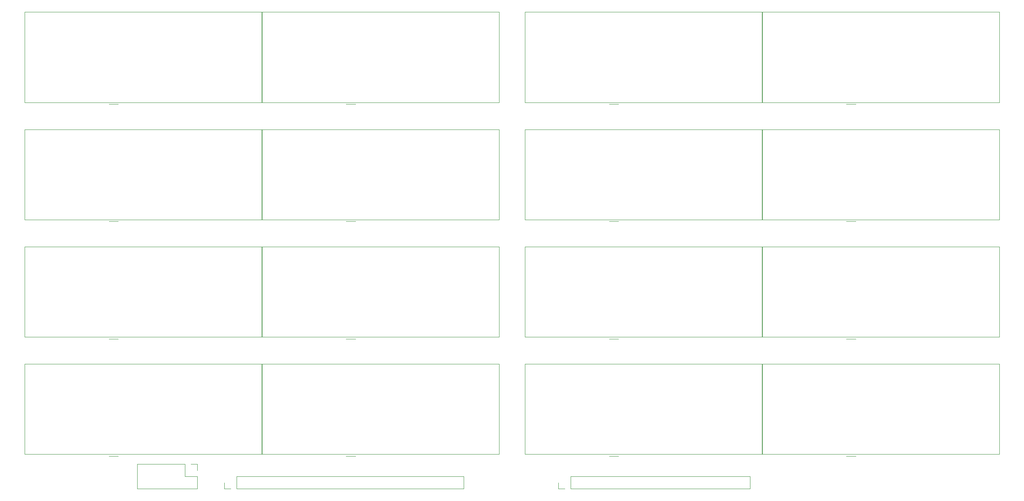
<source format=gto>
G04 #@! TF.GenerationSoftware,KiCad,Pcbnew,8.0.1-8.0.1-1~ubuntu22.04.1*
G04 #@! TF.CreationDate,2024-05-02T00:15:03-04:00*
G04 #@! TF.ProjectId,Claculator_Display,436c6163-756c-4617-946f-725f44697370,rev?*
G04 #@! TF.SameCoordinates,Original*
G04 #@! TF.FileFunction,Legend,Top*
G04 #@! TF.FilePolarity,Positive*
%FSLAX46Y46*%
G04 Gerber Fmt 4.6, Leading zero omitted, Abs format (unit mm)*
G04 Created by KiCad (PCBNEW 8.0.1-8.0.1-1~ubuntu22.04.1) date 2024-05-02 00:15:03*
%MOMM*%
%LPD*%
G01*
G04 APERTURE LIST*
%ADD10C,0.120000*%
%ADD11R,1.700000X1.700000*%
%ADD12O,1.700000X1.700000*%
%ADD13R,1.500000X1.500000*%
%ADD14O,1.500000X1.500000*%
%ADD15C,1.500000*%
%ADD16R,1.905000X2.000000*%
%ADD17O,1.905000X2.000000*%
G04 APERTURE END LIST*
D10*
X138950000Y-144670000D02*
X138950000Y-146000000D01*
X137620000Y-144670000D02*
X138950000Y-144670000D01*
X136350000Y-144670000D02*
X126130000Y-144670000D01*
X136350000Y-144670000D02*
X136350000Y-147270000D01*
X126130000Y-144670000D02*
X126130000Y-149870000D01*
X138950000Y-147270000D02*
X138950000Y-149870000D01*
X136350000Y-147270000D02*
X138950000Y-147270000D01*
X138950000Y-149870000D02*
X126130000Y-149870000D01*
X208710000Y-92570000D02*
X208710000Y-73330000D01*
X208710000Y-92570000D02*
X259250000Y-92570000D01*
X226630000Y-92950000D02*
X228630000Y-92950000D01*
X259250000Y-73330000D02*
X208710000Y-73330000D01*
X259250000Y-92570000D02*
X259250000Y-73330000D01*
X152710000Y-117570000D02*
X152710000Y-98330000D01*
X152710000Y-117570000D02*
X203250000Y-117570000D01*
X170630000Y-117950000D02*
X172630000Y-117950000D01*
X203250000Y-98330000D02*
X152710000Y-98330000D01*
X203250000Y-117570000D02*
X203250000Y-98330000D01*
X208710000Y-117570000D02*
X208710000Y-98330000D01*
X208710000Y-117570000D02*
X259250000Y-117570000D01*
X226630000Y-117950000D02*
X228630000Y-117950000D01*
X259250000Y-98330000D02*
X208710000Y-98330000D01*
X259250000Y-117570000D02*
X259250000Y-98330000D01*
X152750000Y-67570000D02*
X152750000Y-48330000D01*
X152750000Y-48330000D02*
X102210000Y-48330000D01*
X120130000Y-67950000D02*
X122130000Y-67950000D01*
X102210000Y-67570000D02*
X152750000Y-67570000D01*
X102210000Y-67570000D02*
X102210000Y-48330000D01*
X102210000Y-117570000D02*
X102210000Y-98330000D01*
X102210000Y-117570000D02*
X152750000Y-117570000D01*
X120130000Y-117950000D02*
X122130000Y-117950000D01*
X152750000Y-98330000D02*
X102210000Y-98330000D01*
X152750000Y-117570000D02*
X152750000Y-98330000D01*
X208710000Y-67570000D02*
X208710000Y-48330000D01*
X208710000Y-67570000D02*
X259250000Y-67570000D01*
X226630000Y-67950000D02*
X228630000Y-67950000D01*
X259250000Y-48330000D02*
X208710000Y-48330000D01*
X259250000Y-67570000D02*
X259250000Y-48330000D01*
X195640000Y-149920000D02*
X195640000Y-147260000D01*
X147320000Y-149920000D02*
X195640000Y-149920000D01*
X147320000Y-149920000D02*
X147320000Y-147260000D01*
X147320000Y-147260000D02*
X195640000Y-147260000D01*
X146050000Y-149920000D02*
X144720000Y-149920000D01*
X144720000Y-149920000D02*
X144720000Y-148590000D01*
X259210000Y-67570000D02*
X259210000Y-48330000D01*
X259210000Y-67570000D02*
X309750000Y-67570000D01*
X277130000Y-67950000D02*
X279130000Y-67950000D01*
X309750000Y-48330000D02*
X259210000Y-48330000D01*
X309750000Y-67570000D02*
X309750000Y-48330000D01*
X152710000Y-92570000D02*
X152710000Y-73330000D01*
X152710000Y-92570000D02*
X203250000Y-92570000D01*
X170630000Y-92950000D02*
X172630000Y-92950000D01*
X203250000Y-73330000D02*
X152710000Y-73330000D01*
X203250000Y-92570000D02*
X203250000Y-73330000D01*
X102210000Y-142570000D02*
X102210000Y-123330000D01*
X102210000Y-142570000D02*
X152750000Y-142570000D01*
X120130000Y-142950000D02*
X122130000Y-142950000D01*
X152750000Y-123330000D02*
X102210000Y-123330000D01*
X152750000Y-142570000D02*
X152750000Y-123330000D01*
X152710000Y-67570000D02*
X152710000Y-48330000D01*
X152710000Y-67570000D02*
X203250000Y-67570000D01*
X170630000Y-67950000D02*
X172630000Y-67950000D01*
X203250000Y-48330000D02*
X152710000Y-48330000D01*
X203250000Y-67570000D02*
X203250000Y-48330000D01*
X102210000Y-92570000D02*
X102210000Y-73330000D01*
X102210000Y-92570000D02*
X152750000Y-92570000D01*
X120130000Y-92950000D02*
X122130000Y-92950000D01*
X152750000Y-73330000D02*
X102210000Y-73330000D01*
X152750000Y-92570000D02*
X152750000Y-73330000D01*
X256600000Y-149920000D02*
X256600000Y-147260000D01*
X218440000Y-149920000D02*
X256600000Y-149920000D01*
X218440000Y-149920000D02*
X218440000Y-147260000D01*
X218440000Y-147260000D02*
X256600000Y-147260000D01*
X217170000Y-149920000D02*
X215840000Y-149920000D01*
X215840000Y-149920000D02*
X215840000Y-148590000D01*
X259210000Y-117570000D02*
X259210000Y-98330000D01*
X259210000Y-117570000D02*
X309750000Y-117570000D01*
X277130000Y-117950000D02*
X279130000Y-117950000D01*
X309750000Y-98330000D02*
X259210000Y-98330000D01*
X309750000Y-117570000D02*
X309750000Y-98330000D01*
X259210000Y-92570000D02*
X259210000Y-73330000D01*
X259210000Y-92570000D02*
X309750000Y-92570000D01*
X277130000Y-92950000D02*
X279130000Y-92950000D01*
X309750000Y-73330000D02*
X259210000Y-73330000D01*
X309750000Y-92570000D02*
X309750000Y-73330000D01*
X152710000Y-142570000D02*
X152710000Y-123330000D01*
X152710000Y-142570000D02*
X203250000Y-142570000D01*
X170630000Y-142950000D02*
X172630000Y-142950000D01*
X203250000Y-123330000D02*
X152710000Y-123330000D01*
X203250000Y-142570000D02*
X203250000Y-123330000D01*
X208710000Y-142570000D02*
X208710000Y-123330000D01*
X208710000Y-142570000D02*
X259250000Y-142570000D01*
X226630000Y-142950000D02*
X228630000Y-142950000D01*
X259250000Y-123330000D02*
X208710000Y-123330000D01*
X259250000Y-142570000D02*
X259250000Y-123330000D01*
X259210000Y-142570000D02*
X259210000Y-123330000D01*
X259210000Y-142570000D02*
X309750000Y-142570000D01*
X277130000Y-142950000D02*
X279130000Y-142950000D01*
X309750000Y-123330000D02*
X259210000Y-123330000D01*
X309750000Y-142570000D02*
X309750000Y-123330000D01*
%LPC*%
D11*
X273775000Y-96000000D03*
D12*
X271235000Y-96000000D03*
X269235000Y-144950000D03*
D11*
X271775000Y-144950000D03*
D12*
X212640330Y-119182911D03*
X212640330Y-121722911D03*
X215180330Y-119182911D03*
X215180330Y-121722911D03*
X217720330Y-119182911D03*
D11*
X217720330Y-121722911D03*
D13*
X131290000Y-119180000D03*
D14*
X131290000Y-121720000D03*
X133830000Y-119180000D03*
X133830000Y-121720000D03*
X136370000Y-119180000D03*
X136370000Y-121720000D03*
X138910000Y-119180000D03*
X138910000Y-121720000D03*
X141450000Y-119180000D03*
X141450000Y-121720000D03*
D11*
X137620000Y-146000000D03*
D12*
X137620000Y-148540000D03*
X135080000Y-146000000D03*
X135080000Y-148540000D03*
X132540000Y-146000000D03*
X132540000Y-148540000D03*
X130000000Y-146000000D03*
X130000000Y-148540000D03*
X127460000Y-146000000D03*
X127460000Y-148540000D03*
D11*
X165436501Y-71714337D03*
D12*
X162896501Y-71714337D03*
X160356501Y-71714337D03*
X157816501Y-71714337D03*
X155276501Y-71714337D03*
X152736501Y-71714337D03*
X150196501Y-71714337D03*
X147656501Y-71714337D03*
X145116501Y-71714337D03*
X142576501Y-71714337D03*
D11*
X204710000Y-90075000D03*
D12*
X207250000Y-90075000D03*
X204710000Y-87535000D03*
X207250000Y-87535000D03*
X204710000Y-84995000D03*
X207250000Y-84995000D03*
X204710000Y-82455000D03*
X207250000Y-82455000D03*
X204710000Y-79915000D03*
X207250000Y-79915000D03*
D13*
X227630000Y-90570000D03*
D15*
X230170000Y-90570000D03*
X232710000Y-90570000D03*
X235250000Y-90570000D03*
X237790000Y-90570000D03*
X240330000Y-90570000D03*
X240330000Y-75330000D03*
X237790000Y-75330000D03*
X235250000Y-75330000D03*
X232710000Y-75330000D03*
X230170000Y-75330000D03*
X227630000Y-75330000D03*
D13*
X171630000Y-115570000D03*
D15*
X174170000Y-115570000D03*
X176710000Y-115570000D03*
X179250000Y-115570000D03*
X181790000Y-115570000D03*
X184330000Y-115570000D03*
X184330000Y-100330000D03*
X181790000Y-100330000D03*
X179250000Y-100330000D03*
X176710000Y-100330000D03*
X174170000Y-100330000D03*
X171630000Y-100330000D03*
D13*
X227630000Y-115570000D03*
D15*
X230170000Y-115570000D03*
X232710000Y-115570000D03*
X235250000Y-115570000D03*
X237790000Y-115570000D03*
X240330000Y-115570000D03*
X240330000Y-100330000D03*
X237790000Y-100330000D03*
X235250000Y-100330000D03*
X232710000Y-100330000D03*
X230170000Y-100330000D03*
X227630000Y-100330000D03*
X121130000Y-50330000D03*
X123670000Y-50330000D03*
X126210000Y-50330000D03*
X128750000Y-50330000D03*
X131290000Y-50330000D03*
X133830000Y-50330000D03*
X133830000Y-65570000D03*
X131290000Y-65570000D03*
X128750000Y-65570000D03*
X126210000Y-65570000D03*
X123670000Y-65570000D03*
D13*
X121130000Y-65570000D03*
X121130000Y-115570000D03*
D15*
X123670000Y-115570000D03*
X126210000Y-115570000D03*
X128750000Y-115570000D03*
X131290000Y-115570000D03*
X133830000Y-115570000D03*
X133830000Y-100330000D03*
X131290000Y-100330000D03*
X128750000Y-100330000D03*
X126210000Y-100330000D03*
X123670000Y-100330000D03*
X121130000Y-100330000D03*
D13*
X227630000Y-65570000D03*
D15*
X230170000Y-65570000D03*
X232710000Y-65570000D03*
X235250000Y-65570000D03*
X237790000Y-65570000D03*
X240330000Y-65570000D03*
X240330000Y-50330000D03*
X237790000Y-50330000D03*
X235250000Y-50330000D03*
X232710000Y-50330000D03*
X230170000Y-50330000D03*
X227630000Y-50330000D03*
D12*
X194310000Y-148590000D03*
X191770000Y-148590000D03*
X189230000Y-148590000D03*
X186690000Y-148590000D03*
X184150000Y-148590000D03*
X181610000Y-148590000D03*
X179070000Y-148590000D03*
X176530000Y-148590000D03*
X173990000Y-148590000D03*
X171450000Y-148590000D03*
X168910000Y-148590000D03*
X166370000Y-148590000D03*
X163830000Y-148590000D03*
X161290000Y-148590000D03*
X158750000Y-148590000D03*
X156210000Y-148590000D03*
X153670000Y-148590000D03*
X151130000Y-148590000D03*
X148590000Y-148590000D03*
D11*
X146050000Y-148590000D03*
D13*
X278130000Y-65570000D03*
D15*
X280670000Y-65570000D03*
X283210000Y-65570000D03*
X285750000Y-65570000D03*
X288290000Y-65570000D03*
X290830000Y-65570000D03*
X290830000Y-50330000D03*
X288290000Y-50330000D03*
X285750000Y-50330000D03*
X283210000Y-50330000D03*
X280670000Y-50330000D03*
X278130000Y-50330000D03*
D13*
X171630000Y-90570000D03*
D15*
X174170000Y-90570000D03*
X176710000Y-90570000D03*
X179250000Y-90570000D03*
X181790000Y-90570000D03*
X184330000Y-90570000D03*
X184330000Y-75330000D03*
X181790000Y-75330000D03*
X179250000Y-75330000D03*
X176710000Y-75330000D03*
X174170000Y-75330000D03*
X171630000Y-75330000D03*
D13*
X121130000Y-140570000D03*
D15*
X123670000Y-140570000D03*
X126210000Y-140570000D03*
X128750000Y-140570000D03*
X131290000Y-140570000D03*
X133830000Y-140570000D03*
X133830000Y-125330000D03*
X131290000Y-125330000D03*
X128750000Y-125330000D03*
X126210000Y-125330000D03*
X123670000Y-125330000D03*
X121130000Y-125330000D03*
D13*
X171630000Y-65570000D03*
D15*
X174170000Y-65570000D03*
X176710000Y-65570000D03*
X179250000Y-65570000D03*
X181790000Y-65570000D03*
X184330000Y-65570000D03*
X184330000Y-50330000D03*
X181790000Y-50330000D03*
X179250000Y-50330000D03*
X176710000Y-50330000D03*
X174170000Y-50330000D03*
X171630000Y-50330000D03*
D13*
X121130000Y-90570000D03*
D15*
X123670000Y-90570000D03*
X126210000Y-90570000D03*
X128750000Y-90570000D03*
X131290000Y-90570000D03*
X133830000Y-90570000D03*
X133830000Y-75330000D03*
X131290000Y-75330000D03*
X128750000Y-75330000D03*
X126210000Y-75330000D03*
X123670000Y-75330000D03*
X121130000Y-75330000D03*
D12*
X255270000Y-148590000D03*
X252730000Y-148590000D03*
X250190000Y-148590000D03*
X247650000Y-148590000D03*
X245110000Y-148590000D03*
X242570000Y-148590000D03*
X240030000Y-148590000D03*
X237490000Y-148590000D03*
X234950000Y-148590000D03*
X232410000Y-148590000D03*
X229870000Y-148590000D03*
X227330000Y-148590000D03*
X224790000Y-148590000D03*
X222250000Y-148590000D03*
X219710000Y-148590000D03*
D11*
X217170000Y-148590000D03*
D13*
X278130000Y-115570000D03*
D15*
X280670000Y-115570000D03*
X283210000Y-115570000D03*
X285750000Y-115570000D03*
X288290000Y-115570000D03*
X290830000Y-115570000D03*
X290830000Y-100330000D03*
X288290000Y-100330000D03*
X285750000Y-100330000D03*
X283210000Y-100330000D03*
X280670000Y-100330000D03*
X278130000Y-100330000D03*
D13*
X278130000Y-90570000D03*
D15*
X280670000Y-90570000D03*
X283210000Y-90570000D03*
X285750000Y-90570000D03*
X288290000Y-90570000D03*
X290830000Y-90570000D03*
X290830000Y-75330000D03*
X288290000Y-75330000D03*
X285750000Y-75330000D03*
X283210000Y-75330000D03*
X280670000Y-75330000D03*
X278130000Y-75330000D03*
D13*
X171630000Y-140570000D03*
D15*
X174170000Y-140570000D03*
X176710000Y-140570000D03*
X179250000Y-140570000D03*
X181790000Y-140570000D03*
X184330000Y-140570000D03*
X184330000Y-125330000D03*
X181790000Y-125330000D03*
X179250000Y-125330000D03*
X176710000Y-125330000D03*
X174170000Y-125330000D03*
X171630000Y-125330000D03*
D13*
X227630000Y-140570000D03*
D15*
X230170000Y-140570000D03*
X232710000Y-140570000D03*
X235250000Y-140570000D03*
X237790000Y-140570000D03*
X240330000Y-140570000D03*
X240330000Y-125330000D03*
X237790000Y-125330000D03*
X235250000Y-125330000D03*
X232710000Y-125330000D03*
X230170000Y-125330000D03*
X227630000Y-125330000D03*
D13*
X278130000Y-140570000D03*
D15*
X280670000Y-140570000D03*
X283210000Y-140570000D03*
X285750000Y-140570000D03*
X288290000Y-140570000D03*
X290830000Y-140570000D03*
X290830000Y-125330000D03*
X288290000Y-125330000D03*
X285750000Y-125330000D03*
X283210000Y-125330000D03*
X280670000Y-125330000D03*
X278130000Y-125330000D03*
D16*
X273812000Y-120650000D03*
D17*
X271272000Y-120650000D03*
X268732000Y-120650000D03*
D11*
X204714274Y-141537415D03*
D12*
X207254274Y-141537415D03*
X204714274Y-138997415D03*
X207254274Y-138997415D03*
X204714274Y-136457415D03*
X207254274Y-136457415D03*
X204714274Y-133917415D03*
X207254274Y-133917415D03*
X204714274Y-131377415D03*
X207254274Y-131377415D03*
X204714274Y-128837415D03*
X207254274Y-128837415D03*
X204714274Y-126297415D03*
X207254274Y-126297415D03*
X204714274Y-123757415D03*
X207254274Y-123757415D03*
D11*
X271775000Y-148590000D03*
D12*
X269235000Y-148590000D03*
%LPD*%
M02*

</source>
